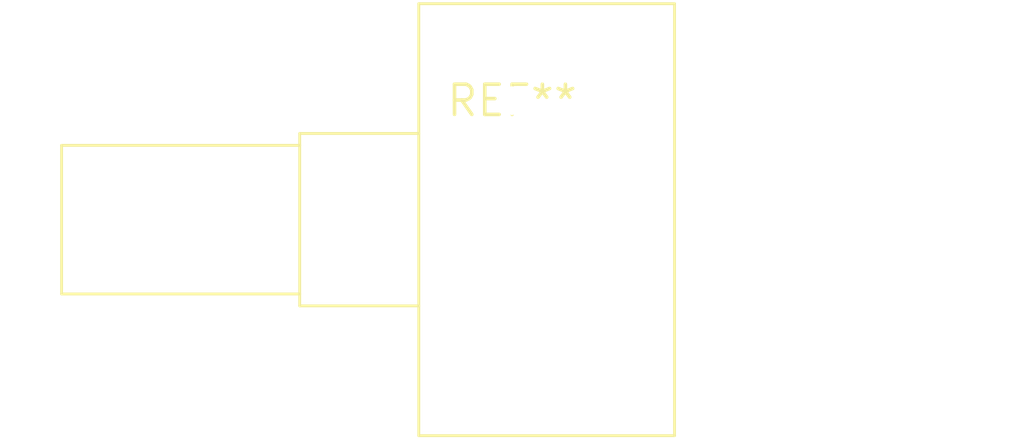
<source format=kicad_pcb>
(kicad_pcb (version 20240108) (generator pcbnew)
  (layers (0 "F.Cu" signal) (31 "B.Cu" signal) (34 "B.Paste" user) (35 "F.Paste" user) (36 "B.SilkS" user "B.Silkscreen") (37 "F.SilkS" user "F.Silkscreen") (38 "B.Mask" user) (39 "F.Mask" user) (44 "Edge.Cuts" user))
  (net 0 "")
  (footprint "Potentiometer_Alps_RK163_Single_Horizontal" (layer "F.Cu") (at 0 0)
    (property "Reference" "REF**")
    (property "Value" "Potentiometer_Alps_RK163_Single_Horizontal")
    (fp_line (start -18.92 8.12) (end -18.92 1.88) (layer "F.SilkS") (stroke (width 0.12)))
    (fp_line (start -8.92 1.88) (end -18.92 1.88) (layer "F.SilkS") (stroke (width 0.12)))
    (fp_line (start -8.92 8.12) (end -18.92 8.12) (layer "F.SilkS") (stroke (width 0.12)))
    (fp_line (start -8.92 8.62) (end -8.92 1.38) (layer "F.SilkS") (stroke (width 0.12)))
    (fp_line (start -3.92 1.38) (end -8.92 1.38) (layer "F.SilkS") (stroke (width 0.12)))
    (fp_line (start -3.92 8.62) (end -8.92 8.62) (layer "F.SilkS") (stroke (width 0.12)))
    (fp_line (start -3.92 14.07) (end -3.92 -4.07) (layer "F.SilkS") (stroke (width 0.12)))
    (fp_line (start 6.82 -4.07) (end -3.92 -4.07) (layer "F.SilkS") (stroke (width 0.12)))
    (fp_line (start 6.82 14.07) (end -3.92 14.07) (layer "F.SilkS") (stroke (width 0.12)))
    (fp_line (start 6.82 14.07) (end 6.82 -4.07) (layer "F.SilkS") (stroke (width 0.12)))
    (pad "1" thru_hole rect (at 0 0 180) (size 3 3) (drill 1.2) (layers *.Cu *.Mask) (remove_unused_layers))
    (pad "2" thru_hole circle (at 0 5 180) (size 3 3) (drill 1.2) (layers *.Cu *.Mask) (remove_unused_layers))
    (pad "3" thru_hole circle (at 0 10 180) (size 3 3) (drill 1.2) (layers *.Cu *.Mask) (remove_unused_layers))
  )
)
</source>
